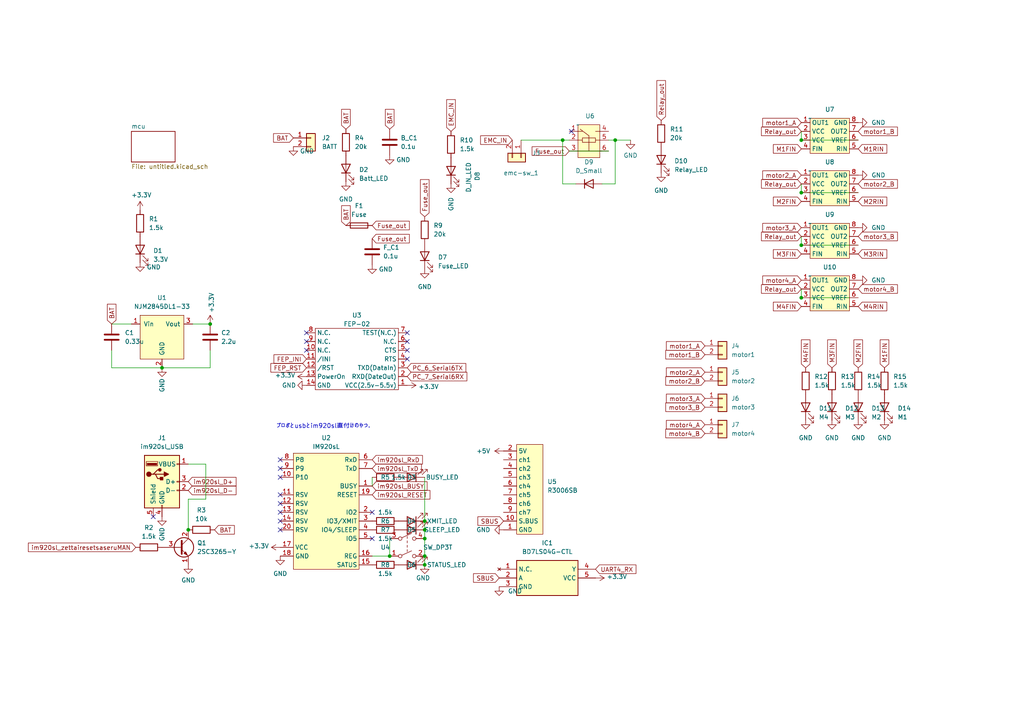
<source format=kicad_sch>
(kicad_sch (version 20230121) (generator eeschema)
  (paper "A4")
  (lib_symbols
    (symbol "BD7LS04G-CTL:BD7LS04G-CTL"
      (property "Reference" "IC" (at 24.13 7.62 0))
      (property "Value" "BD7LS04G-CTL" (at 24.13 5.08 0))
      (symbol "BD7LS04G-CTL_1_1"
        (rectangle (start 5.08 2.54) (end 22.86 -7.62) (stroke (width 0.254)) (fill (type background)))
        (pin no_connect line (at 0 0 0) (length 5.08) (name "N.C.") (number "1"))
        (pin passive line (at 0 -2.54 0) (length 5.08) (name "A") (number "2"))
        (pin passive line (at 0 -5.08 0) (length 5.08) (name "GND") (number "3"))
        (pin passive line (at 27.94 0 180) (length 5.08) (name "Y") (number "4"))
        (pin passive line (at 27.94 -2.54 180) (length 5.08) (name "VCC") (number "5"))
      )
    )
    (symbol "Connector:USB_A" (pin_names (offset 1.016))
      (property "Reference" "J" (at -5.08 11.43 0))
      (property "Value" "USB_A" (at -5.08 8.89 0))
      (symbol "USB_A_0_1"
        (rectangle (start -5.08 -7.62) (end 5.08 7.62) (stroke (width 0.254)) (fill (type background)))
        (circle (center -3.81 2.159) (radius 0.635) (stroke (width 0.254)) (fill (type outline)))
        (rectangle (start -1.524 4.826) (end -4.318 5.334) (fill (type outline)))
        (rectangle (start -1.27 4.572) (end -4.572 5.842))
        (circle (center -0.635 3.429) (radius 0.381) (stroke (width 0.254)) (fill (type outline)))
        (rectangle (start -0.127 -7.62) (end 0.127 -6.858))
        (polyline (pts (xy -3.175 2.159) (xy -2.54 2.159) (xy -1.27 3.429) (xy -0.635 3.429)) (stroke (width 0.254)))
        (polyline (pts (xy -2.54 2.159) (xy -1.905 2.159) (xy -1.27 0.889) (xy 0 0.889)) (stroke (width 0.254)))
        (polyline (pts (xy 0.635 2.794) (xy 0.635 1.524) (xy 1.905 2.159) (xy 0.635 2.794)) (stroke (width 0.254)) (fill (type outline)))
        (rectangle (start 0.254 1.27) (end -0.508 0.508) (stroke (width 0.254)) (fill (type outline)))
        (rectangle (start 5.08 -2.667) (end 4.318 -2.413))
        (rectangle (start 5.08 -0.127) (end 4.318 0.127))
        (rectangle (start 5.08 4.953) (end 4.318 5.207))
      )
      (symbol "USB_A_1_1"
        (polyline (pts (xy -1.905 2.159) (xy 0.635 2.159)) (stroke (width 0.254)))
        (pin power_in line (at 7.62 5.08 180) (length 2.54) (name "VBUS") (number "1"))
        (pin bidirectional line (at 7.62 -2.54 180) (length 2.54) (name "D-") (number "2"))
        (pin bidirectional line (at 7.62 0 180) (length 2.54) (name "D+") (number "3"))
        (pin power_in line (at 0 -10.16 90) (length 2.54) (name "GND") (number "4"))
        (pin passive line (at -2.54 -10.16 90) (length 2.54) (name "Shield") (number "5"))
      )
    )
    (symbol "Connector_Generic:Conn_01x02" (pin_names (offset 1.016) hide)
      (property "Reference" "J" (at 0 2.54 0))
      (property "Value" "Conn_01x02" (at 0 -5.08 0))
      (symbol "Conn_01x02_1_1"
        (rectangle (start -1.27 -2.413) (end 0 -2.667) (stroke (width 0.1524)))
        (rectangle (start -1.27 0.127) (end 0 -0.127) (stroke (width 0.1524)))
        (rectangle (start -1.27 1.27) (end 1.27 -3.81) (stroke (width 0.254)) (fill (type background)))
        (pin passive line (at -5.08 0 0) (length 3.81) (name "Pin_1") (number "1"))
        (pin passive line (at -5.08 -2.54 0) (length 3.81) (name "Pin_2") (number "2"))
      )
    )
    (symbol "Device:C" (pin_numbers hide) (pin_names (offset 0.254))
      (property "Reference" "C" (at 0.635 2.54 0))
      (property "Value" "C" (at 0.635 -2.54 0))
      (symbol "C_0_1"
        (polyline (pts (xy -2.032 -0.762) (xy 2.032 -0.762)) (stroke (width 0.508)))
        (polyline (pts (xy -2.032 0.762) (xy 2.032 0.762)) (stroke (width 0.508)))
      )
      (symbol "C_1_1"
        (pin passive line (at 0 3.81 270) (length 2.794) (name "~") (number "1"))
        (pin passive line (at 0 -3.81 90) (length 2.794) (name "~") (number "2"))
      )
    )
    (symbol "Device:D" (pin_numbers hide) (pin_names (offset 1.016) hide)
      (property "Reference" "D" (at 0 2.54 0))
      (property "Value" "D" (at 0 -2.54 0))
      (symbol "D_0_1"
        (polyline (pts (xy -1.27 1.27) (xy -1.27 -1.27)) (stroke (width 0.254)))
        (polyline (pts (xy 1.27 0) (xy -1.27 0)))
        (polyline (pts (xy 1.27 1.27) (xy 1.27 -1.27) (xy -1.27 0) (xy 1.27 1.27)) (stroke (width 0.254)))
      )
      (symbol "D_1_1"
        (pin passive line (at -3.81 0 0) (length 2.54) (name "K") (number "1"))
        (pin passive line (at 3.81 0 180) (length 2.54) (name "A") (number "2"))
      )
    )
    (symbol "Device:Fuse" (pin_numbers hide) (pin_names (offset 0))
      (property "Reference" "F" (at 2.032 0 90))
      (property "Value" "Fuse" (at -1.905 0 90))
      (symbol "Fuse_0_1"
        (rectangle (start -0.762 -2.54) (end 0.762 2.54) (stroke (width 0.254)))
        (polyline (pts (xy 0 2.54) (xy 0 -2.54)))
      )
      (symbol "Fuse_1_1"
        (pin passive line (at 0 3.81 270) (length 1.27) (name "~") (number "1"))
        (pin passive line (at 0 -3.81 90) (length 1.27) (name "~") (number "2"))
      )
    )
    (symbol "Device:LED" (pin_numbers hide) (pin_names (offset 1.016) hide)
      (property "Reference" "D" (at 0 2.54 0))
      (property "Value" "LED" (at 0 -2.54 0))
      (symbol "LED_0_1"
        (polyline (pts (xy -1.27 -1.27) (xy -1.27 1.27)) (stroke (width 0.254)))
        (polyline (pts (xy -1.27 0) (xy 1.27 0)))
        (polyline (pts (xy 1.27 -1.27) (xy 1.27 1.27) (xy -1.27 0) (xy 1.27 -1.27)) (stroke (width 0.254)))
        (polyline (pts (xy -3.048 -0.762) (xy -4.572 -2.286) (xy -3.81 -2.286) (xy -4.572 -2.286) (xy -4.572 -1.524)))
        (polyline (pts (xy -1.778 -0.762) (xy -3.302 -2.286) (xy -2.54 -2.286) (xy -3.302 -2.286) (xy -3.302 -1.524)))
      )
      (symbol "LED_1_1"
        (pin passive line (at -3.81 0 0) (length 2.54) (name "K") (number "1"))
        (pin passive line (at 3.81 0 180) (length 2.54) (name "A") (number "2"))
      )
    )
    (symbol "Device:R" (pin_numbers hide) (pin_names (offset 0))
      (property "Reference" "R" (at 2.032 0 90))
      (property "Value" "R" (at 0 0 90))
      (symbol "R_0_1"
        (rectangle (start -1.016 -2.54) (end 1.016 2.54) (stroke (width 0.254)))
      )
      (symbol "R_1_1"
        (pin passive line (at 0 3.81 270) (length 1.27) (name "~") (number "1"))
        (pin passive line (at 0 -3.81 90) (length 1.27) (name "~") (number "2"))
      )
    )
    (symbol "Switch:SW_DPST" (pin_names (offset 0) hide)
      (property "Reference" "SW" (at 0 5.08 0))
      (property "Value" "SW_DPST" (at 0 -5.08 0))
      (symbol "SW_DPST_0_0"
        (circle (center -2.032 -2.54) (radius 0.508))
        (circle (center -2.032 2.54) (radius 0.508))
        (polyline (pts (xy -1.524 -2.286) (xy 1.27 -1.016)))
        (polyline (pts (xy -1.524 2.794) (xy 1.27 4.064)))
        (polyline (pts (xy 0 -1.27) (xy 0 -0.635)))
        (polyline (pts (xy 0 0) (xy 0 0.635)))
        (polyline (pts (xy 0 1.27) (xy 0 1.905)))
        (polyline (pts (xy 0 2.54) (xy 0 3.175)))
        (circle (center 2.032 -2.54) (radius 0.508))
        (circle (center 2.032 2.54) (radius 0.508))
      )
      (symbol "SW_DPST_1_1"
        (pin passive line (at -5.08 -2.54 0) (length 2.54) (name "1") (number "1"))
        (pin passive line (at 5.08 -2.54 180) (length 2.54) (name "2") (number "2"))
        (pin passive line (at -5.08 2.54 0) (length 2.54) (name "3") (number "3"))
        (pin passive line (at 5.08 2.54 180) (length 2.54) (name "4") (number "4"))
      )
    )
    (symbol "Symbol_Monkey:NJM2845DL1-33" (pin_names (offset 1.016))
      (property "Reference" "U" (at 7.62 3.81 0))
      (property "Value" "NJM2845DL1-33" (at 8.89 1.27 0))
      (symbol "NJM2845DL1-33_0_1"
        (rectangle (start 15.24 0) (end 2.54 -12.7) (fill (type background)))
      )
      (symbol "NJM2845DL1-33_1_1"
        (pin passive line (at 0 -2.54 0) (length 2.54) (name "Vin") (number "1"))
        (pin passive line (at 8.89 -15.24 90) (length 2.54) (name "GND") (number "2"))
        (pin passive line (at 17.78 -2.54 180) (length 2.54) (name "Vout") (number "3"))
      )
    )
    (symbol "Transistor_BJT:2SC1815" (pin_names (offset 0) hide)
      (property "Reference" "Q" (at 5.08 1.905 0))
      (property "Value" "2SC1815" (at 5.08 0 0))
      (symbol "2SC1815_0_1"
        (polyline (pts (xy 0 0) (xy 0.508 0)))
        (polyline (pts (xy 0.635 0.635) (xy 2.54 2.54)))
        (polyline (pts (xy 0.635 -0.635) (xy 2.54 -2.54) (xy 2.54 -2.54)))
        (polyline (pts (xy 0.635 1.905) (xy 0.635 -1.905) (xy 0.635 -1.905)) (stroke (width 0.508)))
        (polyline (pts (xy 1.27 -1.778) (xy 1.778 -1.27) (xy 2.286 -2.286) (xy 1.27 -1.778) (xy 1.27 -1.778)) (fill (type outline)))
        (circle (center 1.27 0) (radius 2.8194) (stroke (width 0.254)))
      )
      (symbol "2SC1815_1_1"
        (pin passive line (at 2.54 -5.08 90) (length 2.54) (name "E") (number "1"))
        (pin passive line (at 2.54 5.08 270) (length 2.54) (name "C") (number "2"))
        (pin input line (at -5.08 0 0) (length 5.08) (name "B") (number "3"))
      )
    )
    (symbol "power:+3.3V" (power) (pin_names (offset 0))
      (property "Value" "+3.3V" (at 0 3.556 0))
      (symbol "+3.3V_0_1"
        (polyline (pts (xy -0.762 1.27) (xy 0 2.54)))
        (polyline (pts (xy 0 0) (xy 0 2.54)))
        (polyline (pts (xy 0 2.54) (xy 0.762 1.27)))
      )
      (symbol "+3.3V_1_1"
        (pin power_in line (at 0 0 90) (length 0) hide (name "+3.3V") (number "1"))
      )
    )
    (symbol "power:+5V" (power) (pin_names (offset 0))
      (property "Value" "+5V" (at 0 3.556 0))
      (symbol "+5V_0_1"
        (polyline (pts (xy -0.762 1.27) (xy 0 2.54)))
        (polyline (pts (xy 0 0) (xy 0 2.54)))
        (polyline (pts (xy 0 2.54) (xy 0.762 1.27)))
      )
      (symbol "+5V_1_1"
        (pin power_in line (at 0 0 90) (length 0) hide (name "+5V") (number "1"))
      )
    )
    (symbol "power:GND" (power) (pin_names (offset 0))
      (property "Value" "GND" (at 0 -3.81 0))
      (symbol "GND_0_1"
        (polyline (pts (xy 0 0) (xy 0 -1.27) (xy 1.27 -1.27) (xy 0 -2.54) (xy -1.27 -1.27) (xy 0 -1.27)))
      )
      (symbol "GND_1_1"
        (pin power_in line (at 0 0 270) (length 0) hide (name "GND") (number "1"))
      )
    )
    (symbol "watanabe_sym:BD6211F"
      (property "Reference" "U" (at 0 1.27 0))
      (symbol "BD6211F_1_1"
        (rectangle (start 0 0) (end 11.43 -10.16) (fill (type background)))
        (pin passive line (at -2.54 -1.27 0) (length 2.54) (name "OUT1") (number "1"))
        (pin passive line (at -2.54 -3.81 0) (length 2.54) (name "VCC") (number "2"))
        (pin passive line (at -2.54 -6.35 0) (length 2.54) (name "VCC") (number "3"))
        (pin passive line (at -2.54 -8.89 0) (length 2.54) (name "FIN") (number "4"))
        (pin passive line (at 13.97 -8.89 180) (length 2.54) (name "RIN") (number "5"))
        (pin passive line (at 13.97 -6.35 180) (length 2.54) (name "VREF") (number "6"))
        (pin passive line (at 13.97 -3.81 180) (length 2.54) (name "OUT2") (number "7"))
        (pin passive line (at 13.97 -1.27 180) (length 2.54) (name "GND") (number "8"))
      )
    )
    (symbol "watanabe_sym:FEP-02"
      (property "Reference" "U" (at 0 0 0))
      (property "Value" "FEP-02" (at 0 1.905 0))
      (symbol "FEP-02_0_1"
        (rectangle (start -12.065 0) (end 12.065 -17.78))
      )
      (symbol "FEP-02_1_1"
        (pin input line (at 14.605 -16.51 180) (length 2.54) (name "VCC(2.5v-5.5v)") (number "1"))
        (pin input line (at -14.605 -6.35 0) (length 2.54) (name "N.C.") (number "10"))
        (pin input line (at -14.605 -8.89 0) (length 2.54) (name "/INI") (number "11"))
        (pin input line (at -14.605 -11.43 0) (length 2.54) (name "/RST") (number "12"))
        (pin input line (at -14.605 -13.97 0) (length 2.54) (name "PowerOn") (number "13"))
        (pin input line (at -14.605 -16.51 0) (length 2.54) (name "GND") (number "14"))
        (pin input line (at 14.605 -13.97 180) (length 2.54) (name "RXD(DateOut)") (number "2"))
        (pin input line (at 14.605 -11.43 180) (length 2.54) (name "TXD(DataIn)") (number "3"))
        (pin input line (at 14.605 -8.89 180) (length 2.54) (name "RTS") (number "4"))
        (pin input line (at 14.605 -6.35 180) (length 2.54) (name "CTS") (number "5"))
        (pin input line (at 14.605 -3.81 180) (length 2.54) (name "N.C.") (number "6"))
        (pin input line (at 14.605 -1.27 180) (length 2.54) (name "TEST(N.C.)") (number "7"))
        (pin input line (at -14.605 -1.27 0) (length 2.54) (name "N.C.") (number "8"))
        (pin input line (at -14.605 -3.81 0) (length 2.54) (name "N.C.") (number "9"))
      )
    )
    (symbol "watanabe_sym:IM920sL"
      (property "Reference" "U" (at 0 0.635 0))
      (property "Value" "IM920sL" (at 0 -1.27 0))
      (symbol "IM920sL_1_1"
        (rectangle (start -9.525 0) (end 9.525 -33.655) (fill (type background)))
        (pin passive line (at 13.335 -9.525 180) (length 3.81) (name "BUSY") (number "1"))
        (pin passive line (at -13.335 -6.985 0) (length 3.81) (name "P10") (number "10"))
        (pin passive line (at -13.335 -12.065 0) (length 3.81) (name "RSV") (number "11"))
        (pin passive line (at -13.335 -14.605 0) (length 3.81) (name "RSV") (number "12"))
        (pin passive line (at -13.335 -17.145 0) (length 3.81) (name "RSV") (number "13"))
        (pin passive line (at -13.335 -19.685 0) (length 3.81) (name "RSV") (number "14"))
        (pin passive line (at 13.335 -32.385 180) (length 3.81) (name "SATUS") (number "15"))
        (pin passive line (at 13.335 -29.845 180) (length 3.81) (name "REG") (number "16"))
        (pin passive line (at -13.335 -27.305 0) (length 3.81) (name "VCC") (number "17"))
        (pin passive line (at -13.335 -29.845 0) (length 3.81) (name "GND") (number "18"))
        (pin passive line (at 13.335 -12.065 180) (length 3.81) (name "RESET") (number "19"))
        (pin passive line (at 13.335 -17.145 180) (length 3.81) (name "IO2") (number "2"))
        (pin passive line (at -13.335 -22.225 0) (length 3.81) (name "RSV") (number "20"))
        (pin passive line (at 13.335 -19.685 180) (length 3.81) (name "IO3/XMIT") (number "3"))
        (pin passive line (at 13.335 -22.225 180) (length 3.81) (name "IO4/SLEEP") (number "4"))
        (pin passive line (at 13.335 -24.765 180) (length 3.81) (name "IO5") (number "5"))
        (pin passive line (at 13.335 -1.905 180) (length 3.81) (name "RxD") (number "6"))
        (pin passive line (at 13.335 -4.445 180) (length 3.81) (name "TxD") (number "7"))
        (pin passive line (at -13.335 -1.905 0) (length 3.81) (name "P8") (number "8"))
        (pin passive line (at -13.335 -4.445 0) (length 3.81) (name "P9") (number "9"))
      )
    )
    (symbol "watanabe_sym:R3006SB"
      (property "Reference" "U" (at 8.89 -12.065 0))
      (property "Value" "R3006SB" (at 12.7 -13.97 0))
      (symbol "R3006SB_1_0"
        (pin passive line (at -3.81 -22.225 0) (length 3.81) (name "S.BUS") (number "10"))
        (pin passive line (at -3.81 -1.905 0) (length 3.81) (name "5V") (number "2"))
        (pin passive line (at -3.81 -4.445 0) (length 3.81) (name "ch1") (number "3"))
        (pin passive line (at -3.81 -6.985 0) (length 3.81) (name "ch2") (number "4"))
        (pin passive line (at -3.81 -9.525 0) (length 3.81) (name "ch3") (number "5"))
        (pin passive line (at -3.81 -12.065 0) (length 3.81) (name "ch4") (number "6"))
        (pin passive line (at -3.81 -14.605 0) (length 3.81) (name "ch5") (number "7"))
        (pin passive line (at -3.81 -17.145 0) (length 3.81) (name "ch6") (number "8"))
      )
      (symbol "R3006SB_1_1"
        (rectangle (start 0 0) (end 7.62 -26.035) (fill (type background)))
        (pin passive line (at -3.81 -24.765 0) (length 3.81) (name "GND") (number "1"))
        (pin passive line (at -3.81 -19.685 0) (length 3.81) (name "ch7") (number "9"))
      )
    )
    (symbol "watanabe_sym:Y14H-1C-9DS"
      (property "Reference" "U" (at 3.175 3.175 0))
      (property "Value" "Y14H-1C-9DC" (at 3.81 1.27 0))
      (symbol "Y14H-1C-9DS_0_1"
        (polyline (pts (xy 0 -7.62) (xy 6.985 -7.62)))
        (polyline (pts (xy 0 -4.445) (xy 1.27 -4.445)))
        (polyline (pts (xy 0 -1.905) (xy 1.27 -1.905)))
        (polyline (pts (xy 3.175 -7.62) (xy 3.175 -3.175)))
        (polyline (pts (xy 3.175 -3.175) (xy 0.635 -1.27)))
        (polyline (pts (xy 5.08 -4.445) (xy 6.35 -4.445)))
        (polyline (pts (xy 6.35 -1.905) (xy 5.08 -1.905)))
        (rectangle (start 1.27 -3.81) (end 5.08 -5.08))
      )
      (symbol "Y14H-1C-9DS_1_1"
        (rectangle (start 0 0) (end 6.35 -9.525) (fill (type background)))
        (pin passive line (at -2.54 -1.905 0) (length 2.54) (name "~") (number "1"))
        (pin passive line (at -2.54 -4.445 0) (length 2.54) (name "~") (number "2"))
        (pin passive line (at -2.54 -7.62 0) (length 2.54) (name "~") (number "3"))
        (pin passive line (at 8.89 -1.905 180) (length 2.54) (name "~") (number "4"))
        (pin passive line (at 8.89 -4.445 180) (length 2.54) (name "~") (number "5"))
        (pin passive line (at 8.89 -7.62 180) (length 2.54) (name "~") (number "6"))
      )
    )
  )
  (junction (at 123.19 153.67))
  (junction (at 113.03 161.29))
  (junction (at 232.41 71.12))
  (junction (at 232.41 40.64))
  (junction (at 60.96 93.98))
  (junction (at 123.19 163.83))
  (junction (at 123.19 151.13))
  (junction (at 123.19 156.21))
  (junction (at 54.61 153.67))
  (junction (at 163.195 40.64))
  (junction (at 46.99 106.68))
  (junction (at 232.41 86.36))
  (junction (at 232.41 55.88))
  (junction (at 178.435 40.64))
  (junction (at 123.19 161.29))
  (no_connect (at 165.735 38.1))
  (no_connect (at 81.28 148.59))
  (no_connect (at 44.45 149.86))
  (no_connect (at 81.28 143.51))
  (no_connect (at 118.11 99.06))
  (no_connect (at 81.28 135.89))
  (no_connect (at 81.28 133.35))
  (no_connect (at 88.9 99.06))
  (no_connect (at 88.9 101.6))
  (no_connect (at 81.28 153.67))
  (no_connect (at 81.28 151.13))
  (no_connect (at 118.11 101.6))
  (no_connect (at 118.11 96.52))
  (no_connect (at 81.28 146.05))
  (no_connect (at 107.95 156.21))
  (no_connect (at 107.95 148.59))
  (no_connect (at 81.28 138.43))
  (no_connect (at 88.9 96.52))
  (no_connect (at 118.11 104.14))
  (wire (pts (xy 60.96 106.68) (xy 46.99 106.68)))
  (wire (pts (xy 167.005 53.34) (xy 163.195 53.34)))
  (wire (pts (xy 55.88 93.98) (xy 60.96 93.98)))
  (wire (pts (xy 232.41 83.82) (xy 232.41 86.36)))
  (wire (pts (xy 32.385 101.6) (xy 32.385 106.68)))
  (wire (pts (xy 232.41 55.88) (xy 248.92 55.88)))
  (wire (pts (xy 232.41 68.58) (xy 232.41 71.12)))
  (wire (pts (xy 176.53 43.815) (xy 165.1 43.815)))
  (wire (pts (xy 54.61 144.78) (xy 54.61 153.67)))
  (wire (pts (xy 232.41 71.12) (xy 248.92 71.12)))
  (wire (pts (xy 113.03 156.21) (xy 113.03 161.29)))
  (wire (pts (xy 123.19 161.29) (xy 123.19 163.83)))
  (wire (pts (xy 60.96 101.6) (xy 60.96 106.68)))
  (wire (pts (xy 176.53 40.64) (xy 178.435 40.64)))
  (wire (pts (xy 123.19 156.21) (xy 123.19 161.29)))
  (wire (pts (xy 32.385 93.98) (xy 38.1 93.98)))
  (wire (pts (xy 232.41 40.64) (xy 248.92 40.64)))
  (wire (pts (xy 163.195 40.64) (xy 165.1 40.64)))
  (wire (pts (xy 178.435 40.64) (xy 178.435 53.34)))
  (wire (pts (xy 123.19 153.67) (xy 123.19 156.21)))
  (wire (pts (xy 123.19 151.13) (xy 123.19 153.67)))
  (wire (pts (xy 232.41 38.1) (xy 232.41 40.64)))
  (wire (pts (xy 107.95 161.29) (xy 113.03 161.29)))
  (wire (pts (xy 232.41 53.34) (xy 232.41 55.88)))
  (wire (pts (xy 32.385 106.68) (xy 46.99 106.68)))
  (wire (pts (xy 232.41 86.36) (xy 248.92 86.36)))
  (wire (pts (xy 163.195 53.34) (xy 163.195 40.64)))
  (wire (pts (xy 59.69 134.62) (xy 59.69 144.78)))
  (wire (pts (xy 174.625 53.34) (xy 178.435 53.34)))
  (wire (pts (xy 54.61 134.62) (xy 59.69 134.62)))
  (wire (pts (xy 59.69 144.78) (xy 54.61 144.78)))
  (wire (pts (xy 123.19 138.43) (xy 123.19 151.13)))
  (wire (pts (xy 178.435 40.64) (xy 182.88 40.64)))
  (wire (pts (xy 151.13 40.64) (xy 163.195 40.64)))
  (wire (pts (xy 107.95 140.97) (xy 107.95 138.43)))
  (text "プロポとusbとim920sl直付けのやつ．" (at 80.01 124.46 0) (effects (font (size 1.27 1.27)) (justify left bottom)))
  (global_label "M1FIN" (shape input) (at 256.54 106.68 90) (property "Intersheetrefs" "${INTERSHEET_REFS}" (effects hide)))
  (global_label "SBUS" (shape input) (at 144.78 167.64 180) (property "Intersheetrefs" "${INTERSHEET_REFS}" (effects hide)))
  (global_label "motor3_A" (shape input) (at 232.41 66.04 180) (property "Intersheetrefs" "${INTERSHEET_REFS}" (effects hide)))
  (global_label "M2RIN" (shape input) (at 248.92 58.42 0) (property "Intersheetrefs" "${INTERSHEET_REFS}" (effects hide)))
  (global_label "PC_6_Serial6TX" (shape input) (at 118.11 106.68 0) (property "Intersheetrefs" "${INTERSHEET_REFS}" (effects hide)) (property "シート間のリファレンス" "${INTERSHEET_REFS}" (effects hide)))
  (global_label "motor3_B" (shape input) (at 248.92 68.58 0) (property "Intersheetrefs" "${INTERSHEET_REFS}" (effects hide)))
  (global_label "FEP_INI" (shape input) (at 88.9 104.14 180) (property "Intersheetrefs" "${INTERSHEET_REFS}" (effects hide)))
  (global_label "im920sl_RxD" (shape input) (at 107.95 133.35 0) (property "Intersheetrefs" "${INTERSHEET_REFS}" (effects hide)))
  (global_label "FEP_RST" (shape input) (at 88.9 106.68 180) (property "Intersheetrefs" "${INTERSHEET_REFS}" (effects hide)))
  (global_label "BAT" (shape input) (at 100.33 37.465 90) (property "Intersheetrefs" "${INTERSHEET_REFS}" (effects hide)))
  (global_label "Fuse_out" (shape input) (at 107.95 69.215 0) (property "Intersheetrefs" "${INTERSHEET_REFS}" (effects hide)))
  (global_label "M3FIN" (shape input) (at 232.41 73.66 180) (property "Intersheetrefs" "${INTERSHEET_REFS}" (effects hide)))
  (global_label "motor4_A" (shape input) (at 232.41 81.28 180) (property "Intersheetrefs" "${INTERSHEET_REFS}" (effects hide)))
  (global_label "im920sl_D-" (shape input) (at 54.61 142.24 0) (property "Intersheetrefs" "${INTERSHEET_REFS}" (effects hide)))
  (global_label "Relay_out" (shape input) (at 232.41 53.34 180) (property "Intersheetrefs" "${INTERSHEET_REFS}" (effects hide)))
  (global_label "M4RIN" (shape input) (at 248.92 88.9 0) (property "Intersheetrefs" "${INTERSHEET_REFS}" (effects hide)))
  (global_label "PC_7_Serial6RX" (shape input) (at 118.11 109.22 0) (property "Intersheetrefs" "${INTERSHEET_REFS}" (effects hide)) (property "シート間のリファレンス" "${INTERSHEET_REFS}" (effects hide)))
  (global_label "motor2_A" (shape input) (at 204.47 107.95 180) (property "Intersheetrefs" "${INTERSHEET_REFS}" (effects hide)))
  (global_label "motor2_B" (shape input) (at 204.47 110.49 180) (property "Intersheetrefs" "${INTERSHEET_REFS}" (effects hide)))
  (global_label "Fuse_out" (shape input) (at 107.95 65.405 0) (property "Intersheetrefs" "${INTERSHEET_REFS}" (effects hide)))
  (global_label "im920sl_BUSY" (shape input) (at 107.95 140.97 0) (property "Intersheetrefs" "${INTERSHEET_REFS}" (effects hide)))
  (global_label "BAT" (shape input) (at 113.03 37.465 90) (property "Intersheetrefs" "${INTERSHEET_REFS}" (effects hide)))
  (global_label "M3FIN" (shape input) (at 241.3 106.68 90) (property "Intersheetrefs" "${INTERSHEET_REFS}" (effects hide)))
  (global_label "motor1_A" (shape input) (at 204.47 100.33 180) (property "Intersheetrefs" "${INTERSHEET_REFS}" (effects hide)))
  (global_label "motor3_B" (shape input) (at 204.47 118.11 180) (property "Intersheetrefs" "${INTERSHEET_REFS}" (effects hide)))
  (global_label "motor3_A" (shape input) (at 204.47 115.57 180) (property "Intersheetrefs" "${INTERSHEET_REFS}" (effects hide)))
  (global_label "M4FIN" (shape input) (at 233.68 106.68 90) (property "Intersheetrefs" "${INTERSHEET_REFS}" (effects hide)))
  (global_label "Fuse_out" (shape input) (at 123.19 62.865 90) (property "Intersheetrefs" "${INTERSHEET_REFS}" (effects hide)))
  (global_label "Relay_out" (shape input) (at 232.41 68.58 180) (property "Intersheetrefs" "${INTERSHEET_REFS}" (effects hide)))
  (global_label "motor4_B" (shape input) (at 204.47 125.73 180) (property "Intersheetrefs" "${INTERSHEET_REFS}" (effects hide)))
  (global_label "BAT" (shape input) (at 100.33 65.405 90) (property "Intersheetrefs" "${INTERSHEET_REFS}" (effects hide)))
  (global_label "M1RIN" (shape input) (at 248.92 43.18 0) (property "Intersheetrefs" "${INTERSHEET_REFS}" (effects hide)))
  (global_label "BAT" (shape input) (at 85.09 40.005 180) (property "Intersheetrefs" "${INTERSHEET_REFS}" (effects hide)))
  (global_label "EMC_IN" (shape input) (at 148.59 40.64 180) (property "Intersheetrefs" "${INTERSHEET_REFS}" (effects hide)))
  (global_label "im920sl_D+" (shape input) (at 54.61 139.7 0) (property "Intersheetrefs" "${INTERSHEET_REFS}" (effects hide)))
  (global_label "motor1_A" (shape input) (at 232.41 35.56 180) (property "Intersheetrefs" "${INTERSHEET_REFS}" (effects hide)))
  (global_label "im920sl_TxD" (shape input) (at 107.95 135.89 0) (property "Intersheetrefs" "${INTERSHEET_REFS}" (effects hide)))
  (global_label "Relay_out" (shape input) (at 232.41 83.82 180) (property "Intersheetrefs" "${INTERSHEET_REFS}" (effects hide)))
  (global_label "Relay_out" (shape input) (at 191.77 34.925 90) (property "Intersheetrefs" "${INTERSHEET_REFS}" (effects hide)))
  (global_label "EMC_IN" (shape input) (at 130.81 38.1 90) (property "Intersheetrefs" "${INTERSHEET_REFS}" (effects hide)))
  (global_label "UART4_RX" (shape input) (at 172.72 165.1 0) (property "Intersheetrefs" "${INTERSHEET_REFS}" (effects hide)))
  (global_label "motor1_B" (shape input) (at 248.92 38.1 0) (property "Intersheetrefs" "${INTERSHEET_REFS}" (effects hide)))
  (global_label "M1FIN" (shape input) (at 232.41 43.18 180) (property "Intersheetrefs" "${INTERSHEET_REFS}" (effects hide)))
  (global_label "motor2_B" (shape input) (at 248.92 53.34 0) (property "Intersheetrefs" "${INTERSHEET_REFS}" (effects hide)))
  (global_label "im920sl_zettairesetsaseruMAN" (shape input) (at 39.37 158.75 180) (property "Intersheetrefs" "${INTERSHEET_REFS}" (effects hide)))
  (global_label "motor4_A" (shape input) (at 204.47 123.19 180) (property "Intersheetrefs" "${INTERSHEET_REFS}" (effects hide)))
  (global_label "Relay_out" (shape input) (at 232.41 38.1 180) (property "Intersheetrefs" "${INTERSHEET_REFS}" (effects hide)))
  (global_label "M3RIN" (shape input) (at 248.92 73.66 0) (property "Intersheetrefs" "${INTERSHEET_REFS}" (effects hide)))
  (global_label "M2FIN" (shape input) (at 232.41 58.42 180) (property "Intersheetrefs" "${INTERSHEET_REFS}" (effects hide)))
  (global_label "motor2_A" (shape input) (at 232.41 50.8 180) (property "Intersheetrefs" "${INTERSHEET_REFS}" (effects hide)))
  (global_label "motor1_B" (shape input) (at 204.47 102.87 180) (property "Intersheetrefs" "${INTERSHEET_REFS}" (effects hide)))
  (global_label "im920sl_RESET" (shape input) (at 107.95 143.51 0) (property "Intersheetrefs" "${INTERSHEET_REFS}" (effects hide)))
  (global_label "motor4_B" (shape input) (at 248.92 83.82 0) (property "Intersheetrefs" "${INTERSHEET_REFS}" (effects hide)))
  (global_label "M4FIN" (shape input) (at 232.41 88.9 180) (property "Intersheetrefs" "${INTERSHEET_REFS}" (effects hide)))
  (global_label "SBUS" (shape input) (at 146.05 151.13 180) (property "Intersheetrefs" "${INTERSHEET_REFS}" (effects hide)))
  (global_label "M2FIN" (shape input) (at 248.92 106.68 90) (property "Intersheetrefs" "${INTERSHEET_REFS}" (effects hide)))
  (global_label "BAT" (shape input) (at 62.23 153.67 0) (property "Intersheetrefs" "${INTERSHEET_REFS}" (effects hide)))
  (global_label "BAT" (shape input) (at 32.385 93.98 90) (property "Intersheetrefs" "${INTERSHEET_REFS}" (effects hide)))
  (global_label "Fuse_out" (shape input) (at 165.1 43.815 180) (property "Intersheetrefs" "${INTERSHEET_REFS}" (effects hide)))
  (symbol (lib_id "Device:R") (at 111.76 138.43 90) (unit 1)
    (property "Reference" "R5" (at 111.76 138.43 90))
    (property "Value" "1.5k" (at 115.57 138.43 90))
    (property "Footprint" "Footprint_nishi:R_0603_1608" (effects hide))
  )
  (symbol (lib_id "Device:C") (at 107.95 73.025 0) (unit 1)
    (property "Reference" "F_C1" (at 111.125 71.7549 0) (effects (justify left)))
    (property "Value" "0.1u" (at 111.125 74.2949 0) (effects (justify left)))
    (property "Footprint" "Capacitor_SMD:C_0805_2012Metric_Pad1.18x1.45mm_HandSolder" (effects hide))
  )
  (symbol (lib_id "power:GND") (at 40.64 76.2 0) (unit 1)
    (property "Reference" "#PWR02" (effects hide))
    (property "Value" "GND" (at 42.545 77.4699 0) (effects (justify left)))
  )
  (symbol (lib_id "power:GND") (at 107.95 76.835 0) (unit 1)
    (property "Reference" "#PWR08" (effects hide))
    (property "Value" "GND" (at 109.855 78.1049 0) (effects (justify left)))
  )
  (symbol (lib_id "watanabe_sym:Y14H-1C-9DS") (at 167.64 36.195 0) (unit 1)
    (property "Reference" "U6" (at 171.1325 33.655 0))
    (property "Value" "~" (at 167.64 36.195 0))
    (property "Footprint" "watanabe_smy:Y14H-1C-3DS" (effects hide))
  )
  (symbol (lib_id "Device:LED") (at 256.54 118.11 90) (unit 1)
    (property "Reference" "D14" (at 260.35 118.4275 90) (effects (justify right)))
    (property "Value" "M1" (at 260.35 120.9675 90) (effects (justify right)))
    (property "Footprint" "LED_SMD:LED_0603_1608Metric_Pad1.05x0.95mm_HandSolder" (effects hide))
  )
  (symbol (lib_id "power:GND") (at 100.33 52.705 0) (unit 1)
    (property "Reference" "#PWR07" (effects hide))
    (property "Value" "GND" (at 100.33 57.785 0))
  )
  (symbol (lib_id "watanabe_sym:BD6211F") (at 234.95 34.29 0) (unit 1)
    (property "Reference" "U7" (at 240.665 31.75 0))
    (property "Value" "~" (at 234.95 34.29 0))
    (property "Footprint" "SOP8:SOP8" (effects hide))
  )
  (symbol (lib_id "power:GND") (at 46.99 149.86 0) (unit 1)
    (property "Reference" "#U02" (effects hide))
    (property "Value" "GND" (at 46.99 154.94 90))
  )
  (symbol (lib_id "watanabe_sym:R3006SB") (at 149.86 128.905 0) (unit 1)
    (property "Reference" "U5" (at 158.75 139.7 0) (effects (justify left)))
    (property "Value" "R3006SB" (at 158.75 142.24 0) (effects (justify left)))
    (property "Footprint" "watanabe_smy:R3006SB" (effects hide))
  )
  (symbol (lib_id "power:GND") (at 248.92 81.28 90) (unit 1)
    (property "Reference" "#PWR023" (effects hide))
    (property "Value" "GND" (at 252.73 81.28 90) (effects (justify right)))
  )
  (symbol (lib_id "power:GND") (at 256.54 121.92 0) (unit 1)
    (property "Reference" "#PWR025" (effects hide))
    (property "Value" "GND" (at 256.54 127 0))
  )
  (symbol (lib_id "power:GND") (at 113.03 45.085 0) (unit 1)
    (property "Reference" "#PWR09" (effects hide))
    (property "Value" "GND" (at 114.935 46.3549 0) (effects (justify left)))
  )
  (symbol (lib_id "Symbol_Monkey:NJM2845DL1-33") (at 38.1 91.44 0) (unit 1)
    (property "Reference" "U1" (at 46.99 86.36 0))
    (property "Value" "NJM2845DL1-33" (at 46.99 88.9 0))
    (property "Footprint" "Footprint_nishi:NJM2845DL1-33" (effects hide))
  )
  (symbol (lib_id "power:+3.3V") (at 40.64 60.96 0) (unit 1)
    (property "Reference" "#PWR01" (effects hide))
    (property "Value" "+3.3V" (at 41.021 56.5658 0))
  )
  (symbol (lib_id "watanabe_sym:BD6211F") (at 234.95 49.53 0) (unit 1)
    (property "Reference" "U8" (at 240.665 46.99 0))
    (property "Value" "~" (at 234.95 49.53 0))
    (property "Footprint" "SOP8:SOP8" (effects hide))
  )
  (symbol (lib_id "power:GND") (at 233.68 121.92 0) (unit 1)
    (property "Reference" "#PWR018" (effects hide))
    (property "Value" "GND" (at 233.68 127 0))
  )
  (symbol (lib_id "Device:R") (at 111.76 151.13 90) (unit 1)
    (property "Reference" "R6" (at 111.76 151.13 90))
    (property "Value" "1.5k" (at 111.76 148.59 90))
    (property "Footprint" "Footprint_nishi:R_0603_1608" (effects hide))
  )
  (symbol (lib_id "power:GND") (at 241.3 121.92 0) (unit 1)
    (property "Reference" "#PWR019" (effects hide))
    (property "Value" "GND" (at 241.3 127 0))
  )
  (symbol (lib_id "Device:C") (at 60.96 97.79 0) (unit 1)
    (property "Reference" "C2" (at 64.135 96.5199 0) (effects (justify left)))
    (property "Value" "2.2u" (at 64.135 99.0599 0) (effects (justify left)))
    (property "Footprint" "Footprint_nishi:C_0805_2012" (effects hide))
  )
  (symbol (lib_id "Device:R") (at 233.68 110.49 180) (unit 1)
    (property "Reference" "R12" (at 236.22 109.22 0) (effects (justify right)))
    (property "Value" "1.5k" (at 236.22 111.76 0) (effects (justify right)))
    (property "Footprint" "Footprint_nishi:R_0603_1608" (effects hide))
  )
  (symbol (lib_id "Device:LED") (at 233.68 118.11 90) (unit 1)
    (property "Reference" "D11" (at 237.49 118.4275 90) (effects (justify right)))
    (property "Value" "M4" (at 237.49 120.9675 90) (effects (justify right)))
    (property "Footprint" "LED_SMD:LED_0603_1608Metric_Pad1.05x0.95mm_HandSolder" (effects hide))
  )
  (symbol (lib_id "Connector:USB_A") (at 46.99 139.7 0) (unit 1)
    (property "Reference" "J1" (at 46.99 127 0))
    (property "Value" "im920sl_USB" (at 46.99 129.54 0))
    (property "Footprint" "Connector_USBver1.0:USB_A_CONNFLY_DS1095-WNR0" (effects hide))
    (property "Datasheet" " ~" (effects hide))
  )
  (symbol (lib_id "Device:LED") (at 130.81 49.53 90) (unit 1)
    (property "Reference" "D8" (at 138.43 51.1175 0))
    (property "Value" "D_IN_LED" (at 135.89 51.435 0))
    (property "Footprint" "LED_SMD:LED_0603_1608Metric_Pad1.05x0.95mm_HandSolder" (effects hide))
  )
  (symbol (lib_id "Device:LED") (at 241.3 118.11 90) (unit 1)
    (property "Reference" "D12" (at 245.11 118.4275 90) (effects (justify right)))
    (property "Value" "M3" (at 245.11 120.9675 90) (effects (justify right)))
    (property "Footprint" "LED_SMD:LED_0603_1608Metric_Pad1.05x0.95mm_HandSolder" (effects hide))
  )
  (symbol (lib_id "watanabe_sym:FEP-02") (at 103.505 95.25 0) (unit 1)
    (property "Reference" "U3" (at 103.505 91.44 0))
    (property "Value" "FEP-02" (at 103.505 93.98 0))
    (property "Footprint" "NagaokaFootprint2023:FEP-02_PIN_SOCKET" (effects hide))
  )
  (symbol (lib_id "Device:LED") (at 100.33 48.895 90) (unit 1)
    (property "Reference" "D2" (at 104.14 49.2125 90) (effects (justify right)))
    (property "Value" "Batt_LED" (at 104.14 51.7525 90) (effects (justify right)))
    (property "Footprint" "LED_SMD:LED_0603_1608Metric_Pad1.05x0.95mm_HandSolder" (effects hide))
  )
  (symbol (lib_id "Connector_Generic:Conn_01x02") (at 209.55 123.19 0) (unit 1)
    (property "Reference" "J7" (at 212.09 123.19 0) (effects (justify left)))
    (property "Value" "motor4" (at 212.09 125.73 0) (effects (justify left)))
    (property "Footprint" "Connector_JST:JST_GH_BM02B-GHS-TBT_1x02-1MP_P1.25mm_Vertical" (effects hide))
  )
  (symbol (lib_id "Device:R") (at 100.33 41.275 180) (unit 1)
    (property "Reference" "R4" (at 102.87 40.005 0) (effects (justify right)))
    (property "Value" "20k" (at 102.87 42.545 0) (effects (justify right)))
    (property "Footprint" "Footprint_nishi:R_0603_1608" (effects hide))
  )
  (symbol (lib_id "power:GND") (at 144.78 170.18 0) (unit 1)
    (property "Reference" "#PWR013" (effects hide))
    (property "Value" "GND" (at 147.32 171.45 0) (effects (justify left)))
  )
  (symbol (lib_id "Device:LED") (at 119.38 153.67 180) (unit 1)
    (property "Reference" "D5" (at 119.38 153.67 0))
    (property "Value" "SLEEP_LED" (at 128.27 153.67 0))
    (property "Footprint" "LED_SMD:LED_0603_1608Metric_Pad1.05x0.95mm_HandSolder" (effects hide))
  )
  (symbol (lib_id "power:GND") (at 248.92 66.04 90) (unit 1)
    (property "Reference" "#PWR022" (effects hide))
    (property "Value" "GND" (at 252.73 66.04 90) (effects (justify right)))
  )
  (symbol (lib_id "power:GND") (at 146.05 153.67 270) (unit 1)
    (property "Reference" "#PWR015" (effects hide))
    (property "Value" "GND" (at 142.24 153.67 90) (effects (justify right)))
  )
  (symbol (lib_id "Device:R") (at 123.19 66.675 0) (unit 1)
    (property "Reference" "R9" (at 125.73 65.405 0) (effects (justify left)))
    (property "Value" "20k" (at 125.73 67.945 0) (effects (justify left)))
    (property "Footprint" "Footprint_nishi:R_0603_1608" (effects hide))
  )
  (symbol (lib_id "power:GND") (at 123.19 78.105 0) (unit 1)
    (property "Reference" "#PWR010" (effects hide))
    (property "Value" "GND" (at 123.19 83.185 0))
  )
  (symbol (lib_id "Device:R") (at 111.76 153.67 90) (unit 1)
    (property "Reference" "R7" (at 111.76 153.67 90))
    (property "Value" "1.5k" (at 111.76 156.21 90))
    (property "Footprint" "Footprint_nishi:R_0603_1608" (effects hide))
  )
  (symbol (lib_id "Device:R") (at 130.81 41.91 180) (unit 1)
    (property "Reference" "R10" (at 133.35 40.64 0) (effects (justify right)))
    (property "Value" "1.5k" (at 133.35 43.18 0) (effects (justify right)))
    (property "Footprint" "Footprint_nishi:R_0603_1608" (effects hide))
  )
  (symbol (lib_id "power:GND") (at 81.28 161.29 0) (unit 1)
    (property "Reference" "#PWR04" (effects hide))
    (property "Value" "GND" (at 81.28 166.37 0))
  )
  (symbol (lib_id "BD7LS04G-CTL:BD7LS04G-CTL") (at 144.78 165.1 0) (unit 1)
    (property "Reference" "IC1" (at 158.75 157.48 0))
    (property "Value" "BD7LS04G-CTL" (at 158.75 160.02 0))
    (property "Footprint" "BD7LS04G-CTL:SOT95P280X125-5N" (effects hide))
    (property "Datasheet" "https://fscdn.rohm.com/en/products/databook/datasheet/ic/logic_switch/standard_logic/bd7ls04g-c-e.pdf" (effects hide))
    (property "Height" "1.25" (effects hide))
    (property "Manufacturer_Name" "ROHM Semiconductor" (effects hide))
    (property "Manufacturer_Part_Number" "BD7LS04G-CTL" (effects hide))
  )
  (symbol (lib_id "Device:LED") (at 119.38 138.43 180) (unit 1)
    (property "Reference" "D3" (at 119.38 138.43 0))
    (property "Value" "BUSY_LED" (at 128.27 138.43 0))
    (property "Footprint" "LED_SMD:LED_0603_1608Metric_Pad1.05x0.95mm_HandSolder" (effects hide))
  )
  (symbol (lib_id "power:GND") (at 85.09 42.545 0) (unit 1)
    (property "Reference" "#PWR05" (effects hide))
    (property "Value" "GND" (at 86.995 43.8149 0) (effects (justify left)))
  )
  (symbol (lib_id "Connector_Generic:Conn_01x02") (at 90.17 40.005 0) (unit 1)
    (property "Reference" "J2" (at 93.345 40.0049 0) (effects (justify left)))
    (property "Value" "BATT" (at 93.345 42.5449 0) (effects (justify left)))
    (property "Footprint" "Footprint_Monkey:POWER_PAD" (effects hide))
  )
  (symbol (lib_id "Connector_Generic:Conn_01x02") (at 209.55 115.57 0) (unit 1)
    (property "Reference" "J6" (at 212.09 115.57 0) (effects (justify left)))
    (property "Value" "motor3" (at 212.09 118.11 0) (effects (justify left)))
    (property "Footprint" "Connector_JST:JST_GH_BM02B-GHS-TBT_1x02-1MP_P1.25mm_Vertical" (effects hide))
  )
  (symbol (lib_id "Device:Fuse") (at 104.14 65.405 90) (unit 1)
    (property "Reference" "F1" (at 104.14 59.69 90))
    (property "Value" "Fuse" (at 104.14 62.23 90))
    (property "Footprint" "Footprint_Monkey:FuseHolder_Carfuse" (effects hide))
  )
  (symbol (lib_id "Device:LED") (at 119.38 163.83 180) (unit 1)
    (property "Reference" "D6" (at 119.38 163.83 0))
    (property "Value" "STATUS_LED" (at 129.54 163.83 0))
    (property "Footprint" "LED_SMD:LED_0603_1608Metric_Pad1.05x0.95mm_HandSolder" (effects hide))
  )
  (symbol (lib_id "Device:LED") (at 123.19 74.295 90) (unit 1)
    (property "Reference" "D7" (at 127 74.6125 90) (effects (justify right)))
    (property "Value" "Fuse_LED" (at 127 77.1525 90) (effects (justify right)))
    (property "Footprint" "LED_SMD:LED_0603_1608Metric_Pad1.05x0.95mm_HandSolder" (effects hide))
  )
  (symbol (lib_id "Connector_Generic:Conn_01x02") (at 151.13 45.72 270) (unit 1)
    (property "Reference" "J3" (at 154.305 44.4499 90) (effects (justify left)))
    (property "Value" "emc-sw_1" (at 146.05 50.165 90) (effects (justify left)))
    (property "Footprint" "Connector_JST:JST_XA_S02B-XASK-1_1x02_P2.50mm_Horizontal" (effects hide))
  )
  (symbol (lib_id "Device:R") (at 111.76 163.83 90) (unit 1)
    (property "Reference" "R8" (at 111.76 163.83 90))
    (property "Value" "1.5k" (at 111.76 166.37 90))
    (property "Footprint" "Footprint_nishi:R_0603_1608" (effects hide))
  )
  (symbol (lib_id "Device:LED") (at 248.92 118.11 90) (unit 1)
    (property "Reference" "D13" (at 252.73 118.4275 90) (effects (justify right)))
    (property "Value" "M2" (at 252.73 120.9675 90) (effects (justify right)))
    (property "Footprint" "LED_SMD:LED_0603_1608Metric_Pad1.05x0.95mm_HandSolder" (effects hide))
  )
  (symbol (lib_id "Device:LED") (at 191.77 46.355 90) (unit 1)
    (property "Reference" "D10" (at 195.58 46.6725 90) (effects (justify right)))
    (property "Value" "Relay_LED" (at 195.58 49.2125 90) (effects (justify right)))
    (property "Footprint" "LED_SMD:LED_0603_1608Metric_Pad1.05x0.95mm_HandSolder" (effects hide))
  )
  (symbol (lib_id "power:+3.3V") (at 88.9 109.22 90) (unit 1)
    (property "Reference" "#U05" (effects hide))
    (property "Value" "+3.3V" (at 85.6488 108.839 90) (effects (justify left)))
  )
  (symbol (lib_id "Device:C") (at 113.03 41.275 0) (unit 1)
    (property "Reference" "B_C1" (at 116.205 40.0049 0) (effects (justify left)))
    (property "Value" "0.1u" (at 116.205 42.5449 0) (effects (justify left)))
    (property "Footprint" "Footprint_nishi:C_0805_2012" (effects hide))
  )
  (symbol (lib_id "Device:LED") (at 119.38 151.13 180) (unit 1)
    (property "Reference" "D4" (at 119.38 151.13 0))
    (property "Value" "XMIT_LED" (at 128.27 151.13 0))
    (property "Footprint" "LED_SMD:LED_0603_1608Metric_Pad1.05x0.95mm_HandSolder" (effects hide))
  )
  (symbol (lib_id "power:GND") (at 248.92 121.92 0) (unit 1)
    (property "Reference" "#PWR024" (effects hide))
    (property "Value" "GND" (at 248.92 127 0))
  )
  (symbol (lib_id "power:GND") (at 123.19 163.83 0) (unit 1)
    (property "Reference" "#PWR011" (effects hide))
    (property "Value" "GND" (at 120.65 167.64 0) (effects (justify left)))
  )
  (symbol (lib_id "Device:R") (at 241.3 110.49 180) (unit 1)
    (property "Reference" "R13" (at 243.84 109.22 0) (effects (justify right)))
    (property "Value" "1.5k" (at 243.84 111.76 0) (effects (justify right)))
    (property "Footprint" "Footprint_nishi:R_0603_1608" (effects hide))
  )
  (symbol (lib_id "Connector_Generic:Conn_01x02") (at 209.55 107.95 0) (unit 1)
    (property "Reference" "J5" (at 212.09 107.95 0) (effects (justify left)))
    (property "Value" "motor2" (at 212.09 110.49 0) (effects (justify left)))
    (property "Footprint" "Connector_JST:JST_GH_BM02B-GHS-TBT_1x02-1MP_P1.25mm_Vertical" (effects hide))
  )
  (symbol (lib_id "Device:R") (at 256.54 110.49 180) (unit 1)
    (property "Reference" "R15" (at 259.08 109.22 0) (effects (justify right)))
    (property "Value" "1.5k" (at 259.08 111.76 0) (effects (justify right)))
    (property "Footprint" "Footprint_nishi:R_0603_1608" (effects hide))
  )
  (symbol (lib_id "power:+5V") (at 146.05 130.81 90) (unit 1)
    (property "Reference" "#PWR014" (effects hide))
    (property "Value" "+5V" (at 142.24 130.81 90) (effects (justify left)))
  )
  (symbol (lib_id "power:GND") (at 191.77 50.165 0) (unit 1)
    (property "Reference" "#PWR017" (effects hide))
    (property "Value" "GND" (at 191.77 55.245 0))
  )
  (symbol (lib_id "power:GND") (at 182.88 40.64 0) (unit 1)
    (property "Reference" "#PWR016" (effects hide))
    (property "Value" "GND" (at 182.88 45.085 0))
  )
  (symbol (lib_id "Device:D") (at 170.815 53.34 0) (unit 1)
    (property "Reference" "D9" (at 170.815 46.99 0))
    (property "Value" "D_Small" (at 170.815 49.53 0))
    (property "Footprint" "Diode_SMD:D_SOD-123" (effects hide))
  )
  (symbol (lib_id "power:GND") (at 54.61 163.83 0) (unit 1)
    (property "Reference" "#PWR03" (effects hide))
    (property "Value" "GND" (at 54.61 168.275 0))
  )
  (symbol (lib_id "Device:LED") (at 40.64 72.39 90) (unit 1)
    (property "Reference" "D1" (at 44.45 72.7075 90) (effects (justify right)))
    (property "Value" "3.3V" (at 44.45 75.2475 90) (effects (justify right)))
    (property "Footprint" "LED_SMD:LED_0603_1608Metric_Pad1.05x0.95mm_HandSolder" (effects hide))
  )
  (symbol (lib_id "power:GND") (at 46.99 106.68 0) (unit 1)
    (property "Reference" "#U01" (effects hide))
    (property "Value" "GND" (at 46.99 111.76 90))
  )
  (symbol (lib_id "power:+3.3V") (at 172.72 167.64 270) (mirror x) (unit 1)
    (property "Reference" "#U07" (effects hide))
    (property "Value" "+3.3V" (at 175.9712 167.259 90) (effects (justify left)))
  )
  (symbol (lib_id "power:GND") (at 130.81 53.34 0) (unit 1)
    (property "Reference" "#PWR012" (effects hide))
    (property "Value" "GND" (at 130.81 57.15 90) (effects (justify right)))
  )
  (symbol (lib_id "Switch:SW_DPST") (at 118.11 158.75 0) (unit 1)
    (property "Reference" "U4" (at 111.76 158.75 0))
    (property "Value" "SW_DP3T" (at 127 158.75 0))
    (property "Footprint" "Footprint_nishi:tact_sw_smd_skrpabe10" (effects hide))
  )
  (symbol (lib_id "Connector_Generic:Conn_01x02") (at 209.55 100.33 0) (unit 1)
    (property "Reference" "J4" (at 212.09 100.33 0) (effects (justify left)))
    (property "Value" "motor1" (at 212.09 102.87 0) (effects (justify left)))
    (property "Footprint" "Connector_JST:JST_GH_BM02B-GHS-TBT_1x02-1MP_P1.25mm_Vertical" (effects hide))
  )
  (symbol (lib_id "Device:R") (at 191.77 38.735 180) (unit 1)
    (property "Reference" "R11" (at 194.31 37.465 0) (effects (justify right)))
    (property "Value" "20k" (at 194.31 40.005 0) (effects (justify right)))
    (property "Footprint" "Footprint_nishi:R_0603_1608" (effects hide))
  )
  (symbol (lib_id "Device:R") (at 248.92 110.49 180) (unit 1)
    (property "Reference" "R14" (at 251.46 109.22 0) (effects (justify right)))
    (property "Value" "1.5k" (at 251.46 111.76 0) (effects (justify right)))
    (property "Footprint" "Footprint_nishi:R_0603_1608" (effects hide))
  )
  (symbol (lib_id "Device:R") (at 58.42 153.67 90) (unit 1)
    (property "Reference" "R3" (at 58.42 147.955 90))
    (property "Value" "10k" (at 58.42 150.495 90))
    (property "Footprint" "Footprint_nishi:R_0603_1608" (effects hide))
  )
  (symbol (lib_id "power:+3.3V") (at 60.96 93.98 0) (unit 1)
    (property "Reference" "#U03" (effects hide))
    (property "Value" "+3.3V" (at 61.341 90.7288 90) (effects (justify left)))
  )
  (symbol (lib_id "power:GND") (at 88.9 111.76 270) (unit 1)
    (property "Reference" "#PWR06" (effects hide))
    (property "Value" "GND" (at 83.82 111.76 90))
  )
  (symbol (lib_id "Device:R") (at 43.18 158.75 90) (unit 1)
    (property "Reference" "R2" (at 43.18 153.035 90))
    (property "Value" "1.5k" (at 43.18 155.575 90))
    (property "Footprint" "Footprint_nishi:R_0603_1608" (effects hide))
  )
  (symbol (lib_id "power:GND") (at 248.92 35.56 90) (unit 1)
    (property "Reference" "#PWR020" (effects hide))
    (property "Value" "GND" (at 252.73 35.56 90) (effects (justify right)))
  )
  (symbol (lib_id "watanabe_sym:BD6211F") (at 234.95 64.77 0) (unit 1)
    (property "Reference" "U9" (at 240.665 62.23 0))
    (property "Value" "~" (at 234.95 64.77 0))
    (property "Footprint" "SOP8:SOP8" (effects hide))
  )
  (symbol (lib_id "Device:R") (at 40.64 64.77 180) (unit 1)
    (property "Reference" "R1" (at 43.18 63.5 0) (effects (justify right)))
    (property "Value" "1.5k" (at 43.18 66.04 0) (effects (justify right)))
    (property "Footprint" "Footprint_nishi:R_0603_1608" (effects hide))
  )
  (symbol (lib_id "Transistor_BJT:2SC1815") (at 52.07 158.75 0) (unit 1)
    (property "Reference" "Q1" (at 57.15 157.48 0) (effects (justify left)))
    (property "Value" "2SC3265-Y" (at 57.15 160.02 0) (effects (justify left)))
    (property "Footprint" "NagaokaFootprint2023:2sc3265_SC-59_Handsoldering" (effects hide))
    (property "Datasheet" "https://media.digikey.com/pdf/Data%20Sheets/Toshiba%20PDFs/2SC1815.pdf" (effects hide))
  )
  (symbol (lib_id "power:+3.3V") (at 118.11 111.76 270) (unit 1)
    (property "Reference" "#U06" (effects hide))
    (property "Value" "+3.3V" (at 121.3612 112.141 90) (effects (justify left)))
  )
  (symbol (lib_id "watanabe_sym:IM920sL") (at 94.615 131.445 0) (unit 1)
    (property "Reference" "U2" (at 94.615 127 0))
    (property "Value" "IM920sL" (at 94.615 129.54 0))
    (property "Footprint" "watanabe_smy:IM920sL" (effects hide))
  )
  (symbol (lib_id "power:+3.3V") (at 81.28 158.75 90) (unit 1)
    (property "Reference" "#U04" (effects hide))
    (property "Value" "+3.3V" (at 78.0288 158.369 90) (effects (justify left)))
  )
  (symbol (lib_id "Device:C") (at 32.385 97.79 0) (unit 1)
    (property "Reference" "C1" (at 36.195 96.5199 0) (effects (justify left)))
    (property "Value" "0.33u" (at 36.195 99.0599 0) (effects (justify left)))
    (property "Footprint" "Footprint_nishi:C_0805_2012" (effects hide))
  )
  (symbol (lib_id "power:GND") (at 248.92 50.8 90) (unit 1)
    (property "Reference" "#PWR021" (effects hide))
    (property "Value" "GND" (at 252.73 50.8 90) (effects (justify right)))
  )
  (symbol (lib_id "watanabe_sym:BD6211F") (at 234.95 80.01 0) (unit 1)
    (property "Reference" "U10" (at 240.665 77.47 0))
    (property "Value" "~" (at 234.95 80.01 0))
    (property "Footprint" "SOP8:SOP8" (effects hide))
  )
  (sheet (at 38.1 38.1) (size 12.7 8.89) (stroke (width 0.1524))
    (property "Sheetname" "mcu" (at 38.1 37.3884 0) (effects (justify left bottom)))
    (property "Sheetfile" "untitled.kicad_sch" (at 38.1 47.5746 0) (effects (justify left top)))
  )
)
</source>
